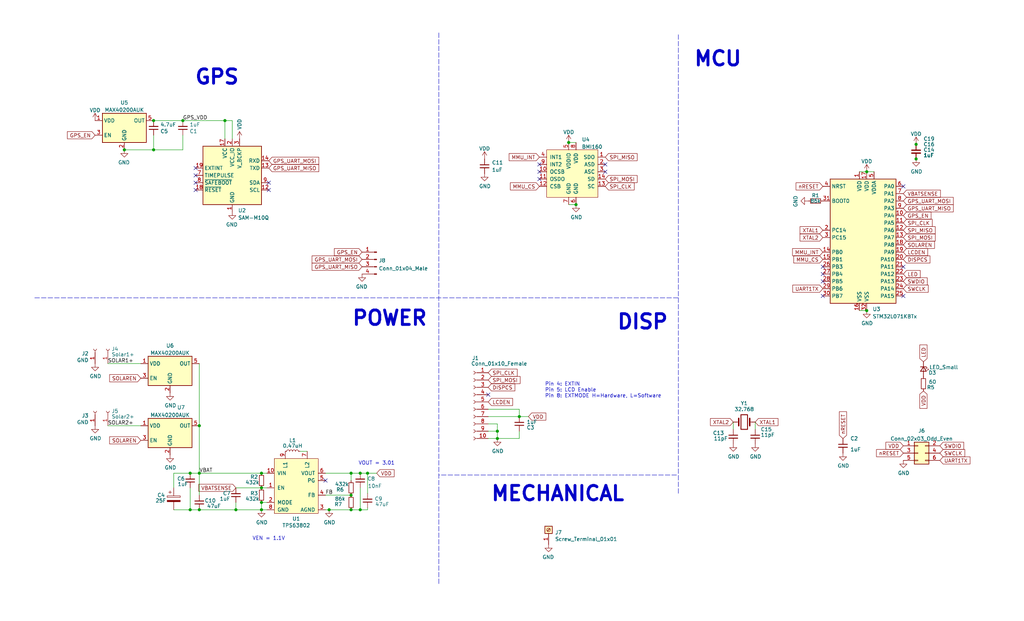
<source format=kicad_sch>
(kicad_sch (version 20211123) (generator eeschema)
  (paper "USLegal")
  (lib_symbols
    (symbol "Analog_Switch:MAX40200AUK"
      (property "Reference" "U" (at -6.35 6.35 0))
      (property "Value" "MAX40200AUK" (at 7.62 6.35 0))
      (symbol "MAX40200AUK_1_1"
        (rectangle (start -7.62 -5.08) (end 7.62 5.08) (stroke (width 0.254)) (fill (type background)))
        (pin power_in line (at -10.16 2.54 0) (length 2.54) (name "VDD") (number "1"))
        (pin power_in line (at 0 -7.62 90) (length 2.54) (name "GND") (number "2"))
        (pin input line (at -10.16 -2.54 0) (length 2.54) (name "EN") (number "3"))
        (pin no_connect line (at 7.62 -2.54 180) (length 2.54) hide (name "NC") (number "4"))
        (pin passive line (at 10.16 2.54 180) (length 2.54) (name "OUT") (number "5"))
      )
    )
    (symbol "Connector:Conn_01x01_Female" (pin_names (offset 1.016) hide)
      (property "Reference" "J" (at 0 2.54 0))
      (property "Value" "Conn_01x01_Female" (at 0 -2.54 0))
      (symbol "Conn_01x01_Female_1_1"
        (polyline (pts (xy -1.27 0) (xy -0.508 0)) (stroke (width 0.1524)))
        (arc (start 0 0.508) (mid -0.508 0) (end 0 -0.508) (stroke (width 0.1524)))
        (pin passive line (at -5.08 0 0) (length 3.81) (name "Pin_1") (number "1"))
      )
    )
    (symbol "Connector:Conn_01x04_Male" (pin_names (offset 1.016) hide)
      (property "Reference" "J" (at 0 5.08 0))
      (property "Value" "Conn_01x04_Male" (at 0 -7.62 0))
      (symbol "Conn_01x04_Male_1_1"
        (polyline (pts (xy 1.27 -5.08) (xy 0.8636 -5.08)) (stroke (width 0.1524)))
        (polyline (pts (xy 1.27 -2.54) (xy 0.8636 -2.54)) (stroke (width 0.1524)))
        (polyline (pts (xy 1.27 0) (xy 0.8636 0)) (stroke (width 0.1524)))
        (polyline (pts (xy 1.27 2.54) (xy 0.8636 2.54)) (stroke (width 0.1524)))
        (rectangle (start 0.8636 -4.953) (end 0 -5.207) (stroke (width 0.1524)) (fill (type outline)))
        (rectangle (start 0.8636 -2.413) (end 0 -2.667) (stroke (width 0.1524)) (fill (type outline)))
        (rectangle (start 0.8636 0.127) (end 0 -0.127) (stroke (width 0.1524)) (fill (type outline)))
        (rectangle (start 0.8636 2.667) (end 0 2.413) (stroke (width 0.1524)) (fill (type outline)))
        (pin passive line (at 5.08 2.54 180) (length 3.81) (name "Pin_1") (number "1"))
        (pin passive line (at 5.08 0 180) (length 3.81) (name "Pin_2") (number "2"))
        (pin passive line (at 5.08 -2.54 180) (length 3.81) (name "Pin_3") (number "3"))
        (pin passive line (at 5.08 -5.08 180) (length 3.81) (name "Pin_4") (number "4"))
      )
    )
    (symbol "Connector:Conn_01x10_Female" (pin_names (offset 1.016) hide)
      (property "Reference" "J" (at 0 12.7 0))
      (property "Value" "Conn_01x10_Female" (at 0 -15.24 0))
      (symbol "Conn_01x10_Female_1_1"
        (arc (start 0 -12.192) (mid -0.508 -12.7) (end 0 -13.208) (stroke (width 0.1524)))
        (arc (start 0 -9.652) (mid -0.508 -10.16) (end 0 -10.668) (stroke (width 0.1524)))
        (arc (start 0 -7.112) (mid -0.508 -7.62) (end 0 -8.128) (stroke (width 0.1524)))
        (arc (start 0 -4.572) (mid -0.508 -5.08) (end 0 -5.588) (stroke (width 0.1524)))
        (arc (start 0 -2.032) (mid -0.508 -2.54) (end 0 -3.048) (stroke (width 0.1524)))
        (polyline (pts (xy -1.27 -12.7) (xy -0.508 -12.7)) (stroke (width 0.1524)))
        (polyline (pts (xy -1.27 -10.16) (xy -0.508 -10.16)) (stroke (width 0.1524)))
        (polyline (pts (xy -1.27 -7.62) (xy -0.508 -7.62)) (stroke (width 0.1524)))
        (polyline (pts (xy -1.27 -5.08) (xy -0.508 -5.08)) (stroke (width 0.1524)))
        (polyline (pts (xy -1.27 -2.54) (xy -0.508 -2.54)) (stroke (width 0.1524)))
        (polyline (pts (xy -1.27 0) (xy -0.508 0)) (stroke (width 0.1524)))
        (polyline (pts (xy -1.27 2.54) (xy -0.508 2.54)) (stroke (width 0.1524)))
        (polyline (pts (xy -1.27 5.08) (xy -0.508 5.08)) (stroke (width 0.1524)))
        (polyline (pts (xy -1.27 7.62) (xy -0.508 7.62)) (stroke (width 0.1524)))
        (polyline (pts (xy -1.27 10.16) (xy -0.508 10.16)) (stroke (width 0.1524)))
        (arc (start 0 0.508) (mid -0.508 0) (end 0 -0.508) (stroke (width 0.1524)))
        (arc (start 0 3.048) (mid -0.508 2.54) (end 0 2.032) (stroke (width 0.1524)))
        (arc (start 0 5.588) (mid -0.508 5.08) (end 0 4.572) (stroke (width 0.1524)))
        (arc (start 0 8.128) (mid -0.508 7.62) (end 0 7.112) (stroke (width 0.1524)))
        (arc (start 0 10.668) (mid -0.508 10.16) (end 0 9.652) (stroke (width 0.1524)))
        (pin passive line (at -5.08 10.16 0) (length 3.81) (name "Pin_1") (number "1"))
        (pin passive line (at -5.08 -12.7 0) (length 3.81) (name "Pin_10") (number "10"))
        (pin passive line (at -5.08 7.62 0) (length 3.81) (name "Pin_2") (number "2"))
        (pin passive line (at -5.08 5.08 0) (length 3.81) (name "Pin_3") (number "3"))
        (pin passive line (at -5.08 2.54 0) (length 3.81) (name "Pin_4") (number "4"))
        (pin passive line (at -5.08 0 0) (length 3.81) (name "Pin_5") (number "5"))
        (pin passive line (at -5.08 -2.54 0) (length 3.81) (name "Pin_6") (number "6"))
        (pin passive line (at -5.08 -5.08 0) (length 3.81) (name "Pin_7") (number "7"))
        (pin passive line (at -5.08 -7.62 0) (length 3.81) (name "Pin_8") (number "8"))
        (pin passive line (at -5.08 -10.16 0) (length 3.81) (name "Pin_9") (number "9"))
      )
    )
    (symbol "Connector:Screw_Terminal_01x01" (pin_names (offset 1.016) hide)
      (property "Reference" "J" (at 0 2.54 0))
      (property "Value" "Screw_Terminal_01x01" (at 0 -2.54 0))
      (symbol "Screw_Terminal_01x01_1_1"
        (rectangle (start -1.27 1.27) (end 1.27 -1.27) (stroke (width 0.254)) (fill (type background)))
        (polyline (pts (xy -0.5334 0.3302) (xy 0.3302 -0.508)) (stroke (width 0.1524)))
        (polyline (pts (xy -0.3556 0.508) (xy 0.508 -0.3302)) (stroke (width 0.1524)))
        (circle (center 0 0) (radius 0.635) (stroke (width 0.1524)))
        (pin passive line (at -5.08 0 0) (length 3.81) (name "Pin_1") (number "1"))
      )
    )
    (symbol "Connector_Generic:Conn_02x03_Odd_Even" (pin_names (offset 1.016) hide)
      (property "Reference" "J" (at 1.27 5.08 0))
      (property "Value" "Conn_02x03_Odd_Even" (at 1.27 -5.08 0))
      (symbol "Conn_02x03_Odd_Even_1_1"
        (rectangle (start -1.27 -2.413) (end 0 -2.667) (stroke (width 0.1524)))
        (rectangle (start -1.27 0.127) (end 0 -0.127) (stroke (width 0.1524)))
        (rectangle (start -1.27 2.667) (end 0 2.413) (stroke (width 0.1524)))
        (rectangle (start -1.27 3.81) (end 3.81 -3.81) (stroke (width 0.254)) (fill (type background)))
        (rectangle (start 3.81 -2.413) (end 2.54 -2.667) (stroke (width 0.1524)))
        (rectangle (start 3.81 0.127) (end 2.54 -0.127) (stroke (width 0.1524)))
        (rectangle (start 3.81 2.667) (end 2.54 2.413) (stroke (width 0.1524)))
        (pin passive line (at -5.08 2.54 0) (length 3.81) (name "Pin_1") (number "1"))
        (pin passive line (at 7.62 2.54 180) (length 3.81) (name "Pin_2") (number "2"))
        (pin passive line (at -5.08 0 0) (length 3.81) (name "Pin_3") (number "3"))
        (pin passive line (at 7.62 0 180) (length 3.81) (name "Pin_4") (number "4"))
        (pin passive line (at -5.08 -2.54 0) (length 3.81) (name "Pin_5") (number "5"))
        (pin passive line (at 7.62 -2.54 180) (length 3.81) (name "Pin_6") (number "6"))
      )
    )
    (symbol "Device:C_Polarized" (pin_numbers hide) (pin_names (offset 0.254))
      (property "Reference" "C" (at 0.635 2.54 0))
      (property "Value" "C_Polarized" (at 0.635 -2.54 0))
      (symbol "C_Polarized_0_1"
        (rectangle (start -2.286 0.508) (end 2.286 1.016))
        (polyline (pts (xy -1.778 2.286) (xy -0.762 2.286)))
        (polyline (pts (xy -1.27 2.794) (xy -1.27 1.778)))
        (rectangle (start 2.286 -0.508) (end -2.286 -1.016) (fill (type outline)))
      )
      (symbol "C_Polarized_1_1"
        (pin passive line (at 0 3.81 270) (length 2.794) (name "~") (number "1"))
        (pin passive line (at 0 -3.81 90) (length 2.794) (name "~") (number "2"))
      )
    )
    (symbol "Device:C_Small" (pin_numbers hide) (pin_names (offset 0.254) hide)
      (property "Reference" "C" (at 0.254 1.778 0))
      (property "Value" "C_Small" (at 0.254 -2.032 0))
      (symbol "C_Small_0_1"
        (polyline (pts (xy -1.524 -0.508) (xy 1.524 -0.508)) (stroke (width 0.3302)))
        (polyline (pts (xy -1.524 0.508) (xy 1.524 0.508)) (stroke (width 0.3048)))
      )
      (symbol "C_Small_1_1"
        (pin passive line (at 0 2.54 270) (length 2.032) (name "~") (number "1"))
        (pin passive line (at 0 -2.54 90) (length 2.032) (name "~") (number "2"))
      )
    )
    (symbol "Device:Crystal" (pin_numbers hide) (pin_names (offset 1.016) hide)
      (property "Reference" "Y" (at 0 3.81 0))
      (property "Value" "Crystal" (at 0 -3.81 0))
      (symbol "Crystal_0_1"
        (rectangle (start -1.143 2.54) (end 1.143 -2.54) (stroke (width 0.3048)))
        (polyline (pts (xy -2.54 0) (xy -1.905 0)))
        (polyline (pts (xy -1.905 -1.27) (xy -1.905 1.27)) (stroke (width 0.508)))
        (polyline (pts (xy 1.905 -1.27) (xy 1.905 1.27)) (stroke (width 0.508)))
        (polyline (pts (xy 2.54 0) (xy 1.905 0)))
      )
      (symbol "Crystal_1_1"
        (pin passive line (at -3.81 0 0) (length 1.27) (name "1") (number "1"))
        (pin passive line (at 3.81 0 180) (length 1.27) (name "2") (number "2"))
      )
    )
    (symbol "Device:LED_Small" (pin_numbers hide) (pin_names (offset 0.254) hide)
      (property "Reference" "D" (at -1.27 3.175 0))
      (property "Value" "LED_Small" (at -4.445 -2.54 0))
      (symbol "LED_Small_0_1"
        (polyline (pts (xy -0.762 -1.016) (xy -0.762 1.016)) (stroke (width 0.254)))
        (polyline (pts (xy 1.016 0) (xy -0.762 0)))
        (polyline (pts (xy 0.762 -1.016) (xy -0.762 0) (xy 0.762 1.016) (xy 0.762 -1.016)) (stroke (width 0.254)))
        (polyline (pts (xy 0 0.762) (xy -0.508 1.27) (xy -0.254 1.27) (xy -0.508 1.27) (xy -0.508 1.016)))
        (polyline (pts (xy 0.508 1.27) (xy 0 1.778) (xy 0.254 1.778) (xy 0 1.778) (xy 0 1.524)))
      )
      (symbol "LED_Small_1_1"
        (pin passive line (at -2.54 0 0) (length 1.778) (name "K") (number "1"))
        (pin passive line (at 2.54 0 180) (length 1.778) (name "A") (number "2"))
      )
    )
    (symbol "Device:L_Small" (pin_numbers hide) (pin_names (offset 0.254) hide)
      (property "Reference" "L" (at 0.762 1.016 0))
      (property "Value" "L_Small" (at 0.762 -1.016 0))
      (symbol "L_Small_0_1"
        (arc (start 0 -2.032) (mid 0.508 -1.524) (end 0 -1.016))
        (arc (start 0 -1.016) (mid 0.508 -0.508) (end 0 0))
        (arc (start 0 0) (mid 0.508 0.508) (end 0 1.016))
        (arc (start 0 1.016) (mid 0.508 1.524) (end 0 2.032))
      )
      (symbol "L_Small_1_1"
        (pin passive line (at 0 2.54 270) (length 0.508) (name "~") (number "1"))
        (pin passive line (at 0 -2.54 90) (length 0.508) (name "~") (number "2"))
      )
    )
    (symbol "Device:R_Small" (pin_numbers hide) (pin_names (offset 0.254) hide)
      (property "Reference" "R" (at 0.762 0.508 0))
      (property "Value" "R_Small" (at 0.762 -1.016 0))
      (symbol "R_Small_0_1"
        (rectangle (start -0.762 1.778) (end 0.762 -1.778) (stroke (width 0.2032)))
      )
      (symbol "R_Small_1_1"
        (pin passive line (at 0 2.54 270) (length 0.762) (name "~") (number "1"))
        (pin passive line (at 0 -2.54 90) (length 0.762) (name "~") (number "2"))
      )
    )
    (symbol "MCU_ST_STM32L0:STM32L071KBTx"
      (property "Reference" "U" (at -12.7 21.59 0))
      (property "Value" "STM32L071KBTx" (at 5.08 21.59 0))
      (symbol "STM32L071KBTx_0_1"
        (rectangle (start -12.7 -22.86) (end 10.16 20.32) (stroke (width 0.254)) (fill (type background)))
      )
      (symbol "STM32L071KBTx_1_1"
        (pin power_in line (at -2.54 22.86 270) (length 2.54) (name "VDD") (number "1"))
        (pin bidirectional line (at 12.7 7.62 180) (length 2.54) (name "PA4") (number "10"))
        (pin bidirectional line (at 12.7 5.08 180) (length 2.54) (name "PA5") (number "11"))
        (pin bidirectional line (at 12.7 2.54 180) (length 2.54) (name "PA6") (number "12"))
        (pin bidirectional line (at 12.7 0 180) (length 2.54) (name "PA7") (number "13"))
        (pin bidirectional line (at -15.24 -5.08 0) (length 2.54) (name "PB0") (number "14"))
        (pin bidirectional line (at -15.24 -7.62 0) (length 2.54) (name "PB1") (number "15"))
        (pin power_in line (at -2.54 -25.4 90) (length 2.54) (name "VSS") (number "16"))
        (pin power_in line (at 0 22.86 270) (length 2.54) (name "VDD") (number "17"))
        (pin bidirectional line (at 12.7 -2.54 180) (length 2.54) (name "PA8") (number "18"))
        (pin bidirectional line (at 12.7 -5.08 180) (length 2.54) (name "PA9") (number "19"))
        (pin bidirectional line (at -15.24 2.54 0) (length 2.54) (name "PC14") (number "2"))
        (pin bidirectional line (at 12.7 -7.62 180) (length 2.54) (name "PA10") (number "20"))
        (pin bidirectional line (at 12.7 -10.16 180) (length 2.54) (name "PA11") (number "21"))
        (pin bidirectional line (at 12.7 -12.7 180) (length 2.54) (name "PA12") (number "22"))
        (pin bidirectional line (at 12.7 -15.24 180) (length 2.54) (name "PA13") (number "23"))
        (pin bidirectional line (at 12.7 -17.78 180) (length 2.54) (name "PA14") (number "24"))
        (pin bidirectional line (at 12.7 -20.32 180) (length 2.54) (name "PA15") (number "25"))
        (pin bidirectional line (at -15.24 -10.16 0) (length 2.54) (name "PB3") (number "26"))
        (pin bidirectional line (at -15.24 -12.7 0) (length 2.54) (name "PB4") (number "27"))
        (pin bidirectional line (at -15.24 -15.24 0) (length 2.54) (name "PB5") (number "28"))
        (pin bidirectional line (at -15.24 -17.78 0) (length 2.54) (name "PB6") (number "29"))
        (pin bidirectional line (at -15.24 0 0) (length 2.54) (name "PC15") (number "3"))
        (pin bidirectional line (at -15.24 -20.32 0) (length 2.54) (name "PB7") (number "30"))
        (pin input line (at -15.24 12.7 0) (length 2.54) (name "BOOT0") (number "31"))
        (pin power_in line (at 0 -25.4 90) (length 2.54) (name "VSS") (number "32"))
        (pin input line (at -15.24 17.78 0) (length 2.54) (name "NRST") (number "4"))
        (pin power_in line (at 2.54 22.86 270) (length 2.54) (name "VDDA") (number "5"))
        (pin bidirectional line (at 12.7 17.78 180) (length 2.54) (name "PA0") (number "6"))
        (pin bidirectional line (at 12.7 15.24 180) (length 2.54) (name "PA1") (number "7"))
        (pin bidirectional line (at 12.7 12.7 180) (length 2.54) (name "PA2") (number "8"))
        (pin bidirectional line (at 12.7 10.16 180) (length 2.54) (name "PA3") (number "9"))
      )
    )
    (symbol "RF_GPS:SAM-M8Q"
      (property "Reference" "U" (at -8.89 11.43 0))
      (property "Value" "SAM-M8Q" (at 8.89 11.43 0))
      (symbol "SAM-M8Q_0_1"
        (rectangle (start -10.16 10.16) (end 10.16 -10.16) (stroke (width 0.254)) (fill (type background)))
      )
      (symbol "SAM-M8Q_1_1"
        (pin power_in line (at 0 -12.7 90) (length 2.54) (name "GND") (number "1"))
        (pin passive line (at 0 -12.7 90) (length 2.54) hide (name "GND") (number "10"))
        (pin passive line (at 0 -12.7 90) (length 2.54) hide (name "GND") (number "11"))
        (pin input line (at 12.7 -5.08 180) (length 2.54) (name "SCL") (number "12"))
        (pin output line (at 12.7 2.54 180) (length 2.54) (name "TXD") (number "13"))
        (pin input line (at 12.7 5.08 180) (length 2.54) (name "RXD") (number "14"))
        (pin passive line (at 0 -12.7 90) (length 2.54) hide (name "GND") (number "15"))
        (pin passive line (at 0 -12.7 90) (length 2.54) hide (name "GND") (number "16"))
        (pin power_in line (at -2.54 12.7 270) (length 2.54) (name "VCC") (number "17"))
        (pin input line (at -12.7 -5.08 0) (length 2.54) (name "~{RESET}") (number "18"))
        (pin input line (at -12.7 2.54 0) (length 2.54) (name "EXTINT") (number "19"))
        (pin power_in line (at 0 12.7 270) (length 2.54) (name "VCC_IO") (number "2"))
        (pin passive line (at 0 -12.7 90) (length 2.54) hide (name "GND") (number "20"))
        (pin power_in line (at 2.54 12.7 270) (length 2.54) (name "V_BCKP") (number "3"))
        (pin passive line (at 0 -12.7 90) (length 2.54) hide (name "GND") (number "4"))
        (pin passive line (at 0 -12.7 90) (length 2.54) hide (name "GND") (number "5"))
        (pin passive line (at 0 -12.7 90) (length 2.54) hide (name "GND") (number "6"))
        (pin output line (at -12.7 0 0) (length 2.54) (name "TIMEPULSE") (number "7"))
        (pin input line (at -12.7 -2.54 0) (length 2.54) (name "~{SAFEBOOT}") (number "8"))
        (pin bidirectional line (at 12.7 -2.54 180) (length 2.54) (name "SDA") (number "9"))
      )
    )
    (symbol "SolarGPS-rescue:TPS63802-VeridianDesigns" (pin_names (offset 1.016))
      (property "Reference" "U" (at -10.16 24.13 0))
      (property "Value" "TPS63802-VeridianDesigns" (at -6.35 26.67 0))
      (symbol "TPS63802-VeridianDesigns_0_1"
        (rectangle (start 0 0) (end 15.24 19.05) (fill (type background)))
      )
      (symbol "TPS63802-VeridianDesigns_1_1"
        (pin input line (at -2.54 8.89 0) (length 2.54) (name "EN") (number "1"))
        (pin input line (at -2.54 13.97 0) (length 2.54) (name "VIN") (number "10"))
        (pin input line (at -2.54 3.81 0) (length 2.54) (name "MODE") (number "2"))
        (pin input line (at 17.78 1.27 180) (length 2.54) (name "AGND") (number "3"))
        (pin input line (at 17.78 6.35 180) (length 2.54) (name "FB") (number "4"))
        (pin input line (at 17.78 11.43 180) (length 2.54) (name "PG") (number "5"))
        (pin input line (at 17.78 13.97 180) (length 2.54) (name "VOUT") (number "6"))
        (pin input line (at 11.43 21.59 270) (length 2.54) (name "L2") (number "7"))
        (pin input line (at -2.54 1.27 0) (length 2.54) (name "GND") (number "8"))
        (pin input line (at 3.81 21.59 270) (length 2.54) (name "L1") (number "9"))
      )
    )
    (symbol "dk_Motion-Sensors-IMUs-Inertial-Measurement-Units:BMI160" (pin_names (offset 1.016))
      (property "Reference" "U" (at -7.62 8.89 0))
      (property "Value" "BMI160" (at 3.81 -10.16 0))
      (symbol "BMI160_0_1"
        (rectangle (start -7.62 7.62) (end 10.16 -8.89) (fill (type background)))
      )
      (symbol "BMI160_1_1"
        (pin output line (at 12.7 5.08 180) (length 2.54) (name "SDO") (number "1"))
        (pin bidirectional line (at -10.16 0 0) (length 2.54) (name "OCSB") (number "10"))
        (pin bidirectional line (at -10.16 -2.54 0) (length 2.54) (name "OSDO") (number "11"))
        (pin bidirectional line (at -10.16 -5.08 0) (length 2.54) (name "CSB") (number "12"))
        (pin bidirectional line (at 12.7 -5.08 180) (length 2.54) (name "SC") (number "13"))
        (pin bidirectional line (at 12.7 -2.54 180) (length 2.54) (name "SD") (number "14"))
        (pin bidirectional line (at 12.7 2.54 180) (length 2.54) (name "ASD") (number "2"))
        (pin bidirectional line (at 12.7 0 180) (length 2.54) (name "ASC") (number "3"))
        (pin bidirectional line (at -10.16 5.08 0) (length 2.54) (name "INT1") (number "4"))
        (pin power_in line (at 0 10.16 270) (length 2.54) (name "VDDIO") (number "5"))
        (pin power_in line (at 2.54 -11.43 90) (length 2.54) (name "GND") (number "6"))
        (pin power_in line (at 0 -11.43 90) (length 2.54) (name "GND") (number "7"))
        (pin power_in line (at 2.54 10.16 270) (length 2.54) (name "VDD") (number "8"))
        (pin bidirectional line (at -10.16 2.54 0) (length 2.54) (name "INT2") (number "9"))
      )
    )
    (symbol "power:GND" (power) (pin_names (offset 0))
      (property "Value" "GND" (at 0 -3.81 0))
      (symbol "GND_0_1"
        (polyline (pts (xy 0 0) (xy 0 -1.27) (xy 1.27 -1.27) (xy 0 -2.54) (xy -1.27 -1.27) (xy 0 -1.27)))
      )
      (symbol "GND_1_1"
        (pin power_in line (at 0 0 270) (length 0) hide (name "GND") (number "1"))
      )
    )
    (symbol "power:VDD" (power) (pin_names (offset 0))
      (property "Value" "VDD" (at 0 3.81 0))
      (symbol "VDD_0_1"
        (polyline (pts (xy -0.762 1.27) (xy 0 2.54)))
        (polyline (pts (xy 0 0) (xy 0 2.54)))
        (polyline (pts (xy 0 2.54) (xy 0.762 1.27)))
      )
      (symbol "VDD_1_1"
        (pin power_in line (at 0 0 90) (length 0) hide (name "VDD") (number "1"))
      )
    )
  )
  (junction (at 90.805 177.165))
  (junction (at 318.135 55.245))
  (junction (at 69.215 164.465))
  (junction (at 43.18 52.07))
  (junction (at 318.135 50.165))
  (junction (at 78.105 41.91))
  (junction (at 90.805 164.465))
  (junction (at 69.215 147.955))
  (junction (at 53.34 41.91))
  (junction (at 127.635 164.465))
  (junction (at 90.805 169.545))
  (junction (at 121.92 177.165))
  (junction (at 121.92 164.465))
  (junction (at 53.34 52.07))
  (junction (at 63.5 41.91))
  (junction (at 125.095 164.465))
  (junction (at 114.3 177.165))
  (junction (at 121.92 172.085))
  (junction (at 66.04 164.465))
  (junction (at 197.485 49.53))
  (junction (at 180.34 144.78))
  (junction (at 200.025 71.12))
  (junction (at 90.805 174.625))
  (junction (at 300.99 107.95))
  (junction (at 300.99 59.69))
  (junction (at 172.72 149.86))
  (junction (at 66.04 177.165))
  (junction (at 69.215 177.165))
  (junction (at 172.72 152.4))
  (junction (at 125.095 177.165))
  (junction (at 81.915 177.165))
  (no_connect (at 187.325 59.69))
  (no_connect (at 285.75 95.25))
  (no_connect (at 187.325 62.23))
  (no_connect (at 169.545 137.16))
  (no_connect (at 113.03 167.005))
  (no_connect (at 313.69 64.77))
  (no_connect (at 210.185 59.69))
  (no_connect (at 285.75 97.79))
  (no_connect (at 285.75 102.87))
  (no_connect (at 313.69 92.71))
  (no_connect (at 67.945 58.42))
  (no_connect (at 313.69 102.87))
  (no_connect (at 210.185 57.15))
  (no_connect (at 187.325 57.15))
  (no_connect (at 93.345 63.5))
  (no_connect (at 93.345 66.04))
  (no_connect (at 67.945 60.96))
  (no_connect (at 67.945 63.5))
  (no_connect (at 67.945 66.04))
  (no_connect (at 285.75 92.71))
  (wire (pts (xy 81.915 177.165) (xy 90.805 177.165)))
  (wire (pts (xy 172.72 149.86) (xy 172.72 152.4)))
  (wire (pts (xy 180.34 149.86) (xy 180.34 152.4)))
  (wire (pts (xy 197.485 49.53) (xy 200.025 49.53)))
  (wire (pts (xy 63.5 52.07) (xy 63.5 46.99)))
  (wire (pts (xy 92.71 169.545) (xy 90.805 169.545)))
  (wire (pts (xy 69.215 164.465) (xy 90.805 164.465)))
  (wire (pts (xy 172.72 149.86) (xy 172.72 147.32)))
  (wire (pts (xy 262.255 146.685) (xy 262.255 149.225)))
  (wire (pts (xy 125.095 164.465) (xy 127.635 164.465)))
  (wire (pts (xy 180.34 142.24) (xy 180.34 144.78)))
  (wire (pts (xy 60.325 164.465) (xy 66.04 164.465)))
  (wire (pts (xy 37.465 126.365) (xy 48.895 126.365)))
  (wire (pts (xy 298.45 107.95) (xy 300.99 107.95)))
  (wire (pts (xy 121.92 164.465) (xy 121.92 167.005)))
  (wire (pts (xy 121.92 164.465) (xy 125.095 164.465)))
  (wire (pts (xy 81.915 169.545) (xy 90.805 169.545)))
  (wire (pts (xy 172.72 147.32) (xy 169.545 147.32)))
  (polyline (pts (xy 12.065 103.505) (xy 235.585 103.505)))
  (wire (pts (xy 104.14 156.845) (xy 106.68 156.845)))
  (wire (pts (xy 60.325 177.165) (xy 66.04 177.165)))
  (wire (pts (xy 90.805 174.625) (xy 92.71 174.625)))
  (wire (pts (xy 127.635 177.165) (xy 125.095 177.165)))
  (wire (pts (xy 127.635 164.465) (xy 127.635 171.45)))
  (wire (pts (xy 53.34 52.07) (xy 63.5 52.07)))
  (wire (pts (xy 125.095 169.545) (xy 125.095 177.165)))
  (wire (pts (xy 66.04 164.465) (xy 69.215 164.465)))
  (wire (pts (xy 169.545 144.78) (xy 180.34 144.78)))
  (wire (pts (xy 300.99 59.69) (xy 303.53 59.69)))
  (polyline (pts (xy 234.95 165.1) (xy 152.4 165.1)))
  (wire (pts (xy 254.635 146.685) (xy 254.635 149.225)))
  (wire (pts (xy 169.545 142.24) (xy 180.34 142.24)))
  (wire (pts (xy 37.465 147.955) (xy 48.895 147.955)))
  (wire (pts (xy 69.215 147.955) (xy 69.215 164.465)))
  (wire (pts (xy 90.805 174.625) (xy 90.805 177.165)))
  (wire (pts (xy 63.5 41.91) (xy 78.105 41.91)))
  (wire (pts (xy 78.105 41.91) (xy 80.645 41.91)))
  (wire (pts (xy 169.545 152.4) (xy 172.72 152.4)))
  (polyline (pts (xy 235.585 171.45) (xy 235.585 12.065)))
  (wire (pts (xy 60.325 169.545) (xy 60.325 164.465)))
  (wire (pts (xy 66.04 177.165) (xy 69.215 177.165)))
  (polyline (pts (xy 152.4 11.43) (xy 152.4 203.2)))
  (wire (pts (xy 69.215 164.465) (xy 69.215 172.085)))
  (wire (pts (xy 66.04 169.545) (xy 66.04 177.165)))
  (wire (pts (xy 197.485 71.12) (xy 200.025 71.12)))
  (wire (pts (xy 127.635 164.465) (xy 130.81 164.465)))
  (wire (pts (xy 172.72 152.4) (xy 180.34 152.4)))
  (wire (pts (xy 180.34 144.78) (xy 183.515 144.78)))
  (wire (pts (xy 80.645 41.91) (xy 80.645 48.26)))
  (wire (pts (xy 114.3 177.165) (xy 121.92 177.165)))
  (wire (pts (xy 90.805 164.465) (xy 92.71 164.465)))
  (wire (pts (xy 69.215 177.165) (xy 81.915 177.165)))
  (wire (pts (xy 81.915 174.625) (xy 81.915 177.165)))
  (wire (pts (xy 169.545 149.86) (xy 172.72 149.86)))
  (wire (pts (xy 113.03 164.465) (xy 121.92 164.465)))
  (wire (pts (xy 78.105 41.91) (xy 78.105 48.26)))
  (wire (pts (xy 113.03 177.165) (xy 114.3 177.165)))
  (wire (pts (xy 113.03 172.085) (xy 121.92 172.085)))
  (wire (pts (xy 69.215 126.365) (xy 69.215 147.955)))
  (wire (pts (xy 298.45 59.69) (xy 300.99 59.69)))
  (wire (pts (xy 121.92 177.165) (xy 125.095 177.165)))
  (wire (pts (xy 53.34 41.91) (xy 63.5 41.91)))
  (wire (pts (xy 43.18 52.07) (xy 53.34 52.07)))
  (wire (pts (xy 127.635 176.53) (xy 127.635 177.165)))
  (wire (pts (xy 53.34 46.99) (xy 53.34 52.07)))
  (wire (pts (xy 90.805 177.165) (xy 92.71 177.165)))
  (text "GPS" (at 67.31 29.845 0) (effects (font (size 5.0038 5.0038) (thickness 1.0008) bold) (justify left bottom)))
  (text "MCU" (at 240.665 23.495 0) (effects (font (size 5.0038 5.0038) (thickness 1.0008) bold) (justify left bottom)))
  (text "Pin 4: EXTIN\nPin 5: LCD Enable\nPin 8: EXTMODE H=Hardware, L=Software" (at 189.23 138.43 0) (effects (font (size 1.27 1.27)) (justify left bottom)))
  (text "DISP" (at 232.41 114.935 180) (effects (font (size 5.0038 5.0038) (thickness 1.0008) bold) (justify right bottom)))
  (text "VEN = 1.1V" (at 87.63 187.96 0) (effects (font (size 1.27 1.27)) (justify left bottom)))
  (text "POWER" (at 121.92 113.665 0) (effects (font (size 5.0038 5.0038) (thickness 1.0008) bold) (justify left bottom)))
  (text "VOUT = 3.01" (at 124.46 161.798 0) (effects (font (size 1.27 1.27)) (justify left bottom)))
  (text "MECHANICAL" (at 170.18 174.625 0) (effects (font (size 5.0038 5.0038) (thickness 1.0008) bold) (justify left bottom)))
  (label "GPS_VDD" (at 63.5 41.91 0))
  (label "VBAT" (at 69.215 164.465 0))
  (label "SOLAR2+" (at 37.465 147.955 0))
  (label "FB" (at 113.03 172.085 0))
  (label "SOLAR1+" (at 37.465 126.365 0))
  (global_label "SWCLK" (shape input) (at 326.39 157.48 0) (property "Intersheet References" "${INTERSHEET_REFS}" (effects hide)))
  (global_label "SOLAREN" (shape input) (at 48.895 131.445 180) (property "Intersheet References" "${INTERSHEET_REFS}" (effects hide)))
  (global_label "SPI_MISO" (shape input) (at 313.69 80.01 0) (property "Intersheet References" "${INTERSHEET_REFS}" (effects hide)))
  (global_label "GPS_EN" (shape input) (at 33.02 46.99 180) (property "Intersheet References" "${INTERSHEET_REFS}" (effects hide)))
  (global_label "GPS_UART_MISO" (shape input) (at 313.69 72.39 0) (property "Intersheet References" "${INTERSHEET_REFS}" (effects hide)))
  (global_label "VDD" (shape input) (at 130.81 164.465 0) (property "Intersheet References" "${INTERSHEET_REFS}" (effects hide)))
  (global_label "VDD" (shape input) (at 320.675 135.89 270) (property "Intersheet References" "${INTERSHEET_REFS}" (effects hide)))
  (global_label "SPI_CLK" (shape input) (at 313.69 77.47 0) (property "Intersheet References" "${INTERSHEET_REFS}" (effects hide)))
  (global_label "GPS_UART_MISO" (shape input) (at 125.73 92.71 180) (property "Intersheet References" "${INTERSHEET_REFS}" (effects hide)))
  (global_label "SPI_MISO" (shape input) (at 210.185 54.61 0) (property "Intersheet References" "${INTERSHEET_REFS}" (effects hide)))
  (global_label "VDD" (shape input) (at 313.69 154.94 180) (property "Intersheet References" "${INTERSHEET_REFS}" (effects hide)))
  (global_label "SPI_MOSI" (shape input) (at 210.185 62.23 0) (property "Intersheet References" "${INTERSHEET_REFS}" (effects hide)))
  (global_label "GPS_UART_MOSI" (shape input) (at 93.345 55.88 0) (property "Intersheet References" "${INTERSHEET_REFS}" (effects hide)))
  (global_label "GPS_EN" (shape input) (at 313.69 74.93 0) (property "Intersheet References" "${INTERSHEET_REFS}" (effects hide)))
  (global_label "XTAL2" (shape input) (at 285.75 82.55 180) (property "Intersheet References" "${INTERSHEET_REFS}" (effects hide)))
  (global_label "VBATSENSE" (shape input) (at 313.69 67.31 0) (property "Intersheet References" "${INTERSHEET_REFS}" (effects hide)))
  (global_label "LCDEN" (shape input) (at 313.69 87.63 0) (property "Intersheet References" "${INTERSHEET_REFS}" (effects hide)))
  (global_label "MMU_INT" (shape input) (at 187.325 54.61 180) (property "Intersheet References" "${INTERSHEET_REFS}" (effects hide)))
  (global_label "GPS_UART_MISO" (shape input) (at 93.345 58.42 0) (property "Intersheet References" "${INTERSHEET_REFS}" (effects hide)))
  (global_label "DISPCS" (shape input) (at 313.69 90.17 0) (property "Intersheet References" "${INTERSHEET_REFS}" (effects hide)))
  (global_label "LED" (shape input) (at 313.69 95.25 0) (property "Intersheet References" "${INTERSHEET_REFS}" (effects hide)))
  (global_label "SPI_CLK" (shape input) (at 169.545 129.54 0) (property "Intersheet References" "${INTERSHEET_REFS}" (effects hide)))
  (global_label "nRESET" (shape input) (at 313.69 157.48 180) (property "Intersheet References" "${INTERSHEET_REFS}" (effects hide)))
  (global_label "GPS_UART_MOSI" (shape input) (at 125.73 90.17 180) (property "Intersheet References" "${INTERSHEET_REFS}" (effects hide)))
  (global_label "SOLAREN" (shape input) (at 48.895 153.035 180) (property "Intersheet References" "${INTERSHEET_REFS}" (effects hide)))
  (global_label "XTAL1" (shape input) (at 285.75 80.01 180) (property "Intersheet References" "${INTERSHEET_REFS}" (effects hide)))
  (global_label "SPI_MOSI" (shape input) (at 313.69 82.55 0) (property "Intersheet References" "${INTERSHEET_REFS}" (effects hide)))
  (global_label "SPI_CLK" (shape input) (at 210.185 64.77 0) (property "Intersheet References" "${INTERSHEET_REFS}" (effects hide)))
  (global_label "SWDIO" (shape input) (at 313.69 97.79 0) (property "Intersheet References" "${INTERSHEET_REFS}" (effects hide)))
  (global_label "SWDIO" (shape input) (at 326.39 154.94 0) (property "Intersheet References" "${INTERSHEET_REFS}" (effects hide)))
  (global_label "VBATSENSE" (shape input) (at 81.915 169.545 180) (property "Intersheet References" "${INTERSHEET_REFS}" (effects hide)))
  (global_label "GPS_EN" (shape input) (at 125.73 87.63 180) (property "Intersheet References" "${INTERSHEET_REFS}" (effects hide)))
  (global_label "DISPCS" (shape input) (at 169.545 134.62 0) (property "Intersheet References" "${INTERSHEET_REFS}" (effects hide)))
  (global_label "UART1TX" (shape input) (at 326.39 160.02 0) (property "Intersheet References" "${INTERSHEET_REFS}" (effects hide)))
  (global_label "LED" (shape input) (at 320.675 125.73 90) (property "Intersheet References" "${INTERSHEET_REFS}" (effects hide)))
  (global_label "UART1TX" (shape input) (at 285.75 100.33 180) (property "Intersheet References" "${INTERSHEET_REFS}" (effects hide)))
  (global_label "MMU_CS" (shape input) (at 285.75 90.17 180) (property "Intersheet References" "${INTERSHEET_REFS}" (effects hide)))
  (global_label "XTAL1" (shape input) (at 262.255 146.685 0) (property "Intersheet References" "${INTERSHEET_REFS}" (effects hide)))
  (global_label "nRESET" (shape input) (at 285.75 64.77 180) (property "Intersheet References" "${INTERSHEET_REFS}" (effects hide)))
  (global_label "MMU_CS" (shape input) (at 187.325 64.77 180) (property "Intersheet References" "${INTERSHEET_REFS}" (effects hide)))
  (global_label "nRESET" (shape input) (at 292.735 152.4 90) (property "Intersheet References" "${INTERSHEET_REFS}" (effects hide)))
  (global_label "SOLAREN" (shape input) (at 313.69 85.09 0) (property "Intersheet References" "${INTERSHEET_REFS}" (effects hide)))
  (global_label "MMU_INT" (shape input) (at 285.75 87.63 180) (property "Intersheet References" "${INTERSHEET_REFS}" (effects hide)))
  (global_label "SPI_MOSI" (shape input) (at 169.545 132.08 0) (property "Intersheet References" "${INTERSHEET_REFS}" (effects hide)))
  (global_label "SWCLK" (shape input) (at 313.69 100.33 0) (property "Intersheet References" "${INTERSHEET_REFS}" (effects hide)))
  (global_label "XTAL2" (shape input) (at 254.635 146.685 180) (property "Intersheet References" "${INTERSHEET_REFS}" (effects hide)))
  (global_label "LCDEN" (shape input) (at 169.545 139.7 0) (property "Intersheet References" "${INTERSHEET_REFS}" (effects hide)))
  (global_label "VDD" (shape input) (at 183.515 144.78 0) (property "Intersheet References" "${INTERSHEET_REFS}" (effects hide)))
  (global_label "GPS_UART_MOSI" (shape input) (at 313.69 69.85 0) (property "Intersheet References" "${INTERSHEET_REFS}" (effects hide)))
  (symbol (lib_id "Connector:Screw_Terminal_01x01") (at 190.5 184.15 90) (unit 1)
    (property "Reference" "J7" (at 192.7352 185.0644 90) (effects (justify right)))
    (property "Value" "Screw_Terminal_01x01" (at 192.7352 187.3758 90) (effects (justify right)))
    (property "Footprint" "Heliograph:M4_RA_7792" (effects hide))
    (property "Part" "7792" (effects hide))
    (property "Manufacture" "Keystone Electronics" (effects hide))
  )
  (symbol (lib_id "power:GND") (at 190.5 189.23 0) (mirror y) (unit 1)
    (property "Reference" "#PWR0125" (effects hide))
    (property "Value" "GND" (at 190.373 193.6242 0))
  )
  (symbol (lib_id "power:GND") (at 262.255 154.305 0) (unit 1)
    (property "Reference" "#PWR010" (effects hide))
    (property "Value" "GND" (at 262.382 158.6992 0))
  )
  (symbol (lib_id "Device:R_Small") (at 90.805 167.005 0) (mirror y) (unit 1)
    (property "Reference" "R2" (at 88.265 165.735 0))
    (property "Value" "432k" (at 87.63 167.64 0))
    (property "Footprint" "Resistor_SMD:R_0603_1608Metric" (effects hide))
  )
  (symbol (lib_id "power:GND") (at 125.73 95.25 0) (mirror y) (unit 1)
    (property "Reference" "#PWR0112" (effects hide))
    (property "Value" "GND" (at 125.603 99.6442 0))
  )
  (symbol (lib_id "Analog_Switch:MAX40200AUK") (at 59.055 150.495 0) (unit 1)
    (property "Reference" "U7" (at 62.865 141.605 0))
    (property "Value" "MAX40200AUK" (at 59.055 144.2521 0))
    (property "Footprint" "Package_TO_SOT_SMD:SOT-23-5" (effects hide))
    (property "Datasheet" "https://datasheets.maximintegrated.com/en/ds/MAX40200.pdf" (effects hide))
  )
  (symbol (lib_id "Device:L_Small") (at 101.6 156.845 90) (unit 1)
    (property "Reference" "L1" (at 101.6 153.035 90))
    (property "Value" "0.47uH" (at 101.6 154.94 90))
    (property "Footprint" "Inductor_SMD:L_0805_2012Metric_Pad1.05x1.20mm_HandSolder" (effects hide))
    (property "Part" "DFE201612E" (effects hide))
  )
  (symbol (lib_id "Device:Crystal") (at 258.445 146.685 0) (mirror y) (unit 1)
    (property "Reference" "Y1" (at 258.445 140.1531 0))
    (property "Value" "32.768" (at 258.445 142.24 0))
    (property "Footprint" "Crystal:Crystal_SMD_3215-2Pin_3.2x1.5mm" (effects hide))
    (property "Part" "SC32S-7PF20PPM" (effects hide))
  )
  (symbol (lib_id "Connector_Generic:Conn_02x03_Odd_Even") (at 318.77 157.48 0) (unit 1)
    (property "Reference" "J6" (at 320.04 149.7035 0))
    (property "Value" "Conn_02x03_Odd_Even" (at 320.04 152.4786 0))
    (property "Footprint" "Connector:Tag-Connect_TC2030-IDC-NL_2x03_P1.27mm_Vertical" (effects hide))
  )
  (symbol (lib_id "Device:LED_Small") (at 320.675 128.27 270) (unit 1)
    (property "Reference" "D3" (at 325.12 129.54 90) (effects (justify right)))
    (property "Value" "LED_Small" (at 332.74 127.635 90) (effects (justify right)))
    (property "Footprint" "Diode_SMD:D_0805_2012Metric" (effects hide))
  )
  (symbol (lib_id "Connector:Conn_01x10_Female") (at 164.465 139.7 0) (mirror y) (unit 1)
    (property "Reference" "J1" (at 165.1 124.46 0))
    (property "Value" "Conn_01x10_Female" (at 173.355 126.365 0))
    (property "Footprint" "Heliograph:LS013B7DH03" (effects hide))
  )
  (symbol (lib_id "Analog_Switch:MAX40200AUK") (at 59.055 128.905 0) (unit 1)
    (property "Reference" "U6" (at 59.055 120.1252 0))
    (property "Value" "MAX40200AUK" (at 59.055 122.6621 0))
    (property "Footprint" "Package_TO_SOT_SMD:SOT-23-5" (effects hide))
    (property "Datasheet" "https://datasheets.maximintegrated.com/en/ds/MAX40200.pdf" (effects hide))
  )
  (symbol (lib_id "Device:C_Small") (at 168.275 57.785 0) (unit 1)
    (property "Reference" "C11" (at 170.815 56.515 0) (effects (justify left)))
    (property "Value" "1uF" (at 170.815 59.055 0) (effects (justify left)))
    (property "Footprint" "Capacitor_SMD:C_0603_1608Metric" (effects hide))
  )
  (symbol (lib_id "power:VDD") (at 33.02 41.91 0) (unit 1)
    (property "Reference" "#PWR0108" (effects hide))
    (property "Value" "VDD" (at 33.02 38.3055 0))
  )
  (symbol (lib_id "dk_Motion-Sensors-IMUs-Inertial-Measurement-Units:BMI160") (at 197.485 59.69 0) (unit 1)
    (property "Reference" "U4" (at 202.0444 48.4972 0) (effects (justify left)))
    (property "Value" "BMI160" (at 202.0444 51.0341 0) (effects (justify left)))
    (property "Footprint" "digikey-footprints:BMI160" (effects hide))
    (property "Datasheet" "https://ae-bst.resource.bosch.com/media/_tech/media/datasheets/BST-BMI160-DS000.pdf" (effects hide))
    (property "Digi-Key_PN" "828-1057-1-ND" (effects hide))
    (property "MPN" "BMI160" (effects hide))
    (property "Category" "Sensors, Transducers" (effects hide))
    (property "Family" "Motion Sensors - IMUs (Inertial Measurement Units)" (effects hide))
    (property "DK_Datasheet_Link" "https://ae-bst.resource.bosch.com/media/_tech/media/datasheets/BST-BMI160-DS000.pdf" (effects hide))
    (property "DK_Detail_Page" "/product-detail/en/bosch-sensortec/BMI160/828-1057-1-ND/6136308" (effects hide))
    (property "Description" "IMU ACCEL/GYRO I2C/SPI 14LGA" (effects hide))
    (property "Manufacturer" "Bosch Sensortec" (effects hide))
    (property "Status" "Active" (effects hide))
  )
  (symbol (lib_id "Connector:Conn_01x01_Female") (at 33.02 121.285 270) (mirror x) (unit 1)
    (property "Reference" "J2" (at 30.7848 122.8598 90) (effects (justify right)))
    (property "Value" "GND" (at 30.7848 125.1712 90) (effects (justify right)))
    (property "Footprint" "Connector_PinHeader_2.54mm:PinHeader_1x01_P2.54mm_Vertical" (effects hide))
  )
  (symbol (lib_id "Device:R_Small") (at 90.805 172.085 0) (mirror y) (unit 1)
    (property "Reference" "R3" (at 88.265 171.45 0))
    (property "Value" "432k" (at 87.63 173.355 0))
    (property "Footprint" "Resistor_SMD:R_0603_1608Metric" (effects hide))
  )
  (symbol (lib_id "Device:R_Small") (at 320.675 133.35 0) (mirror x) (unit 1)
    (property "Reference" "R5" (at 323.215 134.62 0))
    (property "Value" "60" (at 323.85 132.715 0))
    (property "Footprint" "Resistor_SMD:R_0603_1608Metric" (effects hide))
  )
  (symbol (lib_id "power:GND") (at 292.735 157.48 0) (unit 1)
    (property "Reference" "#PWR04" (effects hide))
    (property "Value" "GND" (at 292.862 161.8742 0))
  )
  (symbol (lib_id "power:GND") (at 300.99 107.95 0) (unit 1)
    (property "Reference" "#PWR0101" (effects hide))
    (property "Value" "GND" (at 301.117 112.3442 0))
  )
  (symbol (lib_id "Device:C_Small") (at 69.215 174.625 0) (mirror x) (unit 1)
    (property "Reference" "C10" (at 73.025 173.99 0))
    (property "Value" "47uF" (at 74.295 175.895 0))
    (property "Footprint" "Capacitor_SMD:C_1206_3216Metric" (effects hide))
  )
  (symbol (lib_id "power:GND") (at 200.025 71.12 0) (unit 1)
    (property "Reference" "#PWR016" (effects hide))
    (property "Value" "GND" (at 200.152 75.5142 0))
  )
  (symbol (lib_id "Device:C_Small") (at 292.735 154.94 0) (unit 1)
    (property "Reference" "C2" (at 295.275 152.4 0) (effects (justify left)))
    (property "Value" "1uF" (at 295.275 156.21 0) (effects (justify left)))
    (property "Footprint" "Capacitor_SMD:C_0603_1608Metric" (effects hide))
  )
  (symbol (lib_id "power:GND") (at 313.69 160.02 0) (unit 1)
    (property "Reference" "#PWR0107" (effects hide))
    (property "Value" "GND" (at 313.817 164.4142 0))
  )
  (symbol (lib_id "Device:C_Small") (at 318.135 52.705 0) (unit 1)
    (property "Reference" "C19" (at 320.675 48.26 0) (effects (justify left)))
    (property "Value" "1uF" (at 320.675 53.975 0) (effects (justify left)))
    (property "Footprint" "Capacitor_SMD:C_0603_1608Metric" (effects hide))
  )
  (symbol (lib_id "Device:C_Small") (at 318.135 52.705 0) (unit 1)
    (property "Reference" "C14" (at 320.675 52.07 0) (effects (justify left)))
    (property "Value" "1uF" (at 320.675 53.975 0) (effects (justify left)))
    (property "Footprint" "Capacitor_SMD:C_0603_1608Metric" (effects hide))
  )
  (symbol (lib_id "Device:C_Small") (at 254.635 151.765 0) (mirror y) (unit 1)
    (property "Reference" "C13" (at 251.46 150.495 0) (effects (justify left)))
    (property "Value" "11pF" (at 252.73 152.4 0) (effects (justify left)))
    (property "Footprint" "Capacitor_SMD:C_0603_1608Metric" (effects hide))
  )
  (symbol (lib_id "power:GND") (at 280.67 69.85 270) (unit 1)
    (property "Reference" "#PWR0103" (effects hide))
    (property "Value" "GND" (at 276.2758 69.977 0))
  )
  (symbol (lib_id "RF_GPS:SAM-M8Q") (at 80.645 60.96 0) (unit 1)
    (property "Reference" "U2" (at 82.6644 73.1504 0) (effects (justify left)))
    (property "Value" "SAM-M10Q" (at 82.6644 75.6873 0) (effects (justify left)))
    (property "Footprint" "RF_GPS:ublox_SAM-M8Q" (effects hide))
    (property "Datasheet" "https://www.u-blox.com/sites/default/files/SAM-M8Q_DataSheet_%28UBX-16012619%29.pdf" (effects hide))
  )
  (symbol (lib_id "power:VDD") (at 300.99 59.69 0) (unit 1)
    (property "Reference" "#PWR0105" (effects hide))
    (property "Value" "VDD" (at 300.99 56.0855 0))
  )
  (symbol (lib_id "power:GND") (at 90.805 177.165 0) (unit 1)
    (property "Reference" "#PWR05" (effects hide))
    (property "Value" "GND" (at 90.932 181.5592 0))
  )
  (symbol (lib_id "power:VDD") (at 197.485 49.53 0) (unit 1)
    (property "Reference" "#PWR015" (effects hide))
    (property "Value" "VDD" (at 197.485 45.9255 0))
  )
  (symbol (lib_id "Device:C_Polarized") (at 60.325 173.355 0) (unit 1)
    (property "Reference" "C4" (at 54.61 172.085 0) (effects (justify left)))
    (property "Value" "25F" (at 53.975 173.99 0) (effects (justify left)))
    (property "Footprint" "Heliograph:TPLC3R8-25MR8X20" (effects hide))
    (property "Part" "TPLC3R8-25MR8X20" (effects hide))
  )
  (symbol (lib_id "power:VDD") (at 318.135 50.165 0) (unit 1)
    (property "Reference" "#PWR0114" (effects hide))
    (property "Value" "VDD" (at 318.135 46.5605 0))
  )
  (symbol (lib_id "power:VDD") (at 168.275 55.245 0) (unit 1)
    (property "Reference" "#PWR013" (effects hide))
    (property "Value" "VDD" (at 168.275 51.6405 0))
  )
  (symbol (lib_id "Connector:Conn_01x04_Male") (at 130.81 90.17 0) (mirror y) (unit 1)
    (property "Reference" "J8" (at 131.5212 90.5315 0) (effects (justify right)))
    (property "Value" "Conn_01x04_Male" (at 131.5212 93.3066 0) (effects (justify right)))
    (property "Footprint" "Connector_PinSocket_2.54mm:PinSocket_1x04_P2.54mm_Vertical" (effects hide))
  )
  (symbol (lib_id "Device:R_Small") (at 121.92 174.625 180) (unit 1)
    (property "Reference" "R7" (at 117.475 175.26 0))
    (property "Value" "86k" (at 118.11 173.355 0))
    (property "Footprint" "Resistor_SMD:R_0603_1608Metric" (effects hide))
  )
  (symbol (lib_id "Connector:Conn_01x01_Female") (at 37.465 121.285 90) (unit 1)
    (property "Reference" "J4" (at 38.735 121.285 90) (effects (justify right)))
    (property "Value" "Solar1+" (at 38.735 123.19 90) (effects (justify right)))
    (property "Footprint" "Connector_PinHeader_2.54mm:PinHeader_1x01_P2.54mm_Vertical" (effects hide))
  )
  (symbol (lib_id "Device:C_Small") (at 63.5 44.45 0) (mirror x) (unit 1)
    (property "Reference" "C1" (at 65.8368 45.6184 0) (effects (justify left)))
    (property "Value" "1uF" (at 65.8368 43.307 0) (effects (justify left)))
    (property "Footprint" "Capacitor_SMD:C_0603_1608Metric" (effects hide))
  )
  (symbol (lib_id "power:GND") (at 59.055 158.115 0) (unit 1)
    (property "Reference" "#PWR0109" (effects hide))
    (property "Value" "GND" (at 59.182 162.5092 0))
  )
  (symbol (lib_id "MCU_ST_STM32L0:STM32L071KBTx") (at 300.99 82.55 0) (unit 1)
    (property "Reference" "U3" (at 303.0094 107.4404 0) (effects (justify left)))
    (property "Value" "STM32L071KBTx" (at 303.0094 109.9773 0) (effects (justify left)))
    (property "Footprint" "Package_QFP:LQFP-32_7x7mm_P0.8mm" (effects hide))
    (property "Datasheet" "http://www.st.com/st-web-ui/static/active/en/resource/technical/document/datasheet/DM00141136.pdf" (effects hide))
  )
  (symbol (lib_id "power:GND") (at 254.635 154.305 0) (unit 1)
    (property "Reference" "#PWR09" (effects hide))
    (property "Value" "GND" (at 254.762 158.6992 0))
  )
  (symbol (lib_id "power:GND") (at 59.055 136.525 0) (unit 1)
    (property "Reference" "#PWR0110" (effects hide))
    (property "Value" "GND" (at 59.182 140.9192 0))
  )
  (symbol (lib_id "power:VDD") (at 83.185 48.26 0) (unit 1)
    (property "Reference" "#PWR0102" (effects hide))
    (property "Value" "VDD" (at 83.185 41.275 90) (effects (justify right)))
  )
  (symbol (lib_id "Device:C_Small") (at 125.095 167.005 0) (mirror x) (unit 1)
    (property "Reference" "C8" (at 128.905 166.37 0))
    (property "Value" "10nF" (at 130.175 168.91 0))
    (property "Footprint" "Capacitor_SMD:C_0603_1608Metric" (effects hide))
  )
  (symbol (lib_id "Device:R_Small") (at 121.92 169.545 180) (unit 1)
    (property "Reference" "R6" (at 118.11 170.18 0))
    (property "Value" "432k" (at 118.745 168.275 0))
    (property "Footprint" "Resistor_SMD:R_0603_1608Metric" (effects hide))
  )
  (symbol (lib_id "Device:C_Small") (at 53.34 44.45 0) (mirror x) (unit 1)
    (property "Reference" "C5" (at 55.6768 45.6184 0) (effects (justify left)))
    (property "Value" "4.7uF" (at 55.6768 43.307 0) (effects (justify left)))
    (property "Footprint" "Capacitor_SMD:C_0805_2012Metric" (effects hide))
  )
  (symbol (lib_id "Device:R_Small") (at 283.21 69.85 270) (mirror x) (unit 1)
    (property "Reference" "R1" (at 283.21 67.945 90))
    (property "Value" "86k" (at 283.21 69.85 90))
    (property "Footprint" "Resistor_SMD:R_0603_1608Metric" (effects hide))
  )
  (symbol (lib_id "Connector:Conn_01x01_Female") (at 33.02 142.875 270) (mirror x) (unit 1)
    (property "Reference" "J3" (at 30.7848 144.4498 90) (effects (justify right)))
    (property "Value" "GND" (at 30.7848 146.7612 90) (effects (justify right)))
    (property "Footprint" "Connector_PinHeader_2.54mm:PinHeader_1x01_P2.54mm_Vertical" (effects hide))
  )
  (symbol (lib_id "Device:C_Small") (at 318.135 52.705 0) (unit 1)
    (property "Reference" "C16" (at 320.675 50.165 0) (effects (justify left)))
    (property "Value" "1uF" (at 320.675 53.975 0) (effects (justify left)))
    (property "Footprint" "Capacitor_SMD:C_0603_1608Metric" (effects hide))
  )
  (symbol (lib_id "Analog_Switch:MAX40200AUK") (at 43.18 44.45 0) (unit 1)
    (property "Reference" "U5" (at 43.18 35.6702 0))
    (property "Value" "MAX40200AUK" (at 43.18 38.2071 0))
    (property "Footprint" "Package_TO_SOT_SMD:SOT-23-5" (effects hide))
    (property "Datasheet" "https://datasheets.maximintegrated.com/en/ds/MAX40200.pdf" (effects hide))
  )
  (symbol (lib_id "SolarGPS-rescue:TPS63802-VeridianDesigns") (at 95.25 178.435 0) (unit 1)
    (property "Reference" "U1" (at 102.87 180.2892 0))
    (property "Value" "TPS63802" (at 102.87 182.6006 0))
    (property "Footprint" "Margo_Lib:VREG_TPS63802DLAR" (effects hide))
  )
  (symbol (lib_id "Device:C_Small") (at 81.915 172.085 180) (unit 1)
    (property "Reference" "C7" (at 78.74 171.45 0))
    (property "Value" "1uF" (at 78.105 173.355 0))
    (property "Footprint" "Capacitor_SMD:C_0603_1608Metric" (effects hide))
  )
  (symbol (lib_id "Device:C_Small") (at 127.635 173.99 0) (mirror x) (unit 1)
    (property "Reference" "C9" (at 131.445 173.355 0))
    (property "Value" "47uF" (at 132.715 175.26 0))
    (property "Footprint" "Capacitor_SMD:C_1206_3216Metric" (effects hide))
  )
  (symbol (lib_id "power:GND") (at 33.02 126.365 0) (unit 1)
    (property "Reference" "#PWR01" (effects hide))
    (property "Value" "GND" (at 33.147 130.7592 0))
  )
  (symbol (lib_id "power:GND") (at 80.645 73.66 0) (mirror y) (unit 1)
    (property "Reference" "#PWR012" (effects hide))
    (property "Value" "GND" (at 80.518 78.0542 0))
  )
  (symbol (lib_id "Device:C_Small") (at 180.34 147.32 0) (mirror x) (unit 1)
    (property "Reference" "C3" (at 182.88 148.59 0) (effects (justify left)))
    (property "Value" "1uF" (at 182.88 146.685 0) (effects (justify left)))
    (property "Footprint" "Capacitor_SMD:C_0603_1608Metric" (effects hide))
  )
  (symbol (lib_id "power:GND") (at 114.3 177.165 0) (unit 1)
    (property "Reference" "#PWR06" (effects hide))
    (property "Value" "GND" (at 114.427 181.5592 0))
  )
  (symbol (lib_id "Connector:Conn_01x01_Female") (at 37.465 142.875 90) (unit 1)
    (property "Reference" "J5" (at 38.735 142.875 90) (effects (justify right)))
    (property "Value" "Solar2+" (at 38.735 144.78 90) (effects (justify right)))
    (property "Footprint" "Connector_PinHeader_2.54mm:PinHeader_1x01_P2.54mm_Vertical" (effects hide))
  )
  (symbol (lib_id "power:GND") (at 43.18 52.07 0) (mirror y) (unit 1)
    (property "Reference" "#PWR0106" (effects hide))
    (property "Value" "GND" (at 43.053 56.4642 0))
  )
  (symbol (lib_id "Device:C_Small") (at 262.255 151.765 0) (unit 1)
    (property "Reference" "C15" (at 264.16 149.225 0) (effects (justify left)))
    (property "Value" "11pF" (at 264.16 151.13 0) (effects (justify left)))
    (property "Footprint" "Capacitor_SMD:C_0603_1608Metric" (effects hide))
  )
  (symbol (lib_id "power:GND") (at 172.72 152.4 0) (unit 1)
    (property "Reference" "#PWR03" (effects hide))
    (property "Value" "GND" (at 172.847 156.7942 0))
  )
  (symbol (lib_id "Device:C_Small") (at 66.04 167.005 180) (unit 1)
    (property "Reference" "C6" (at 62.865 166.37 0))
    (property "Value" "1uF" (at 63.5 168.275 0))
    (property "Footprint" "Capacitor_SMD:C_0603_1608Metric" (effects hide))
  )
  (symbol (lib_id "power:GND") (at 168.275 60.325 0) (unit 1)
    (property "Reference" "#PWR014" (effects hide))
    (property "Value" "GND" (at 168.402 64.7192 0))
  )
  (symbol (lib_id "power:GND") (at 33.02 147.955 0) (unit 1)
    (property "Reference" "#PWR02" (effects hide))
    (property "Value" "GND" (at 33.147 152.3492 0))
  )
  (symbol (lib_id "power:GND") (at 318.135 55.245 0) (unit 1)
    (property "Reference" "#PWR0104" (effects hide))
    (property "Value" "GND" (at 318.262 59.6392 0))
  )
)
</source>
